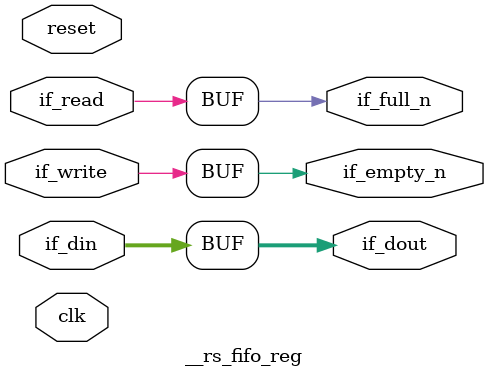
<source format=v>
`timescale 1 ns / 1 ps
module __rs_fifo_reg #(
  parameter DATA_WIDTH = 32,
  parameter ENABLE_REG = 0,
  parameter __REGION = "",
  parameter __NEXT_REGION = "",
  parameter __PREV_REGION = ""
) (
    // pragma RS clk port=clk
    input wire clk,
    // pragma RS rst port=reset active=high
    input wire reset,
    // inbound
    // pragma RS handshake valid=if_write ready=if_full_n data=if_din
    output wire                  if_full_n,
    input  wire                  if_write,
    input  wire [DATA_WIDTH-1:0] if_din,
    // outbound
    // pragma RS handshake valid=if_empty_n ready=if_read data=if_dout
    output wire                  if_empty_n,
    input  wire                  if_read,
    output wire [DATA_WIDTH-1:0] if_dout
);
  generate
  // reg enabled
  if (ENABLE_REG > 0) begin
    reg                   if_full_n_reg;
    reg                   if_empty_n_reg;
    reg  [DATA_WIDTH-1:0] if_dout_reg;
    always @ (posedge clk) begin
      if_dout_reg <= if_din;
      if_empty_n_reg <= if_write;
      if_full_n_reg <= if_read;
    end
    assign if_dout = if_dout_reg;
    assign if_empty_n = if_empty_n_reg;
    assign if_full_n = if_full_n_reg;
  end
  // pass through
  else begin
    assign if_dout = if_din;
    assign if_empty_n = if_write;
    assign if_full_n = if_read;
  end
  endgenerate
endmodule
</source>
